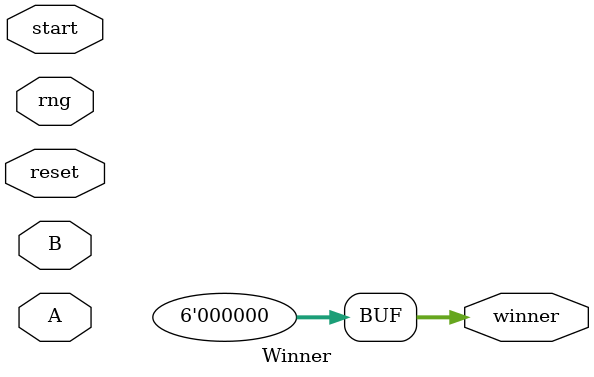
<source format=v>
`timescale 1ns / 1ps


//selects the winning team
module Winner(
    input [5:0] A, //upper is the lower number (better team)
    input [5:0] B, // lower is the higher number (worse team)
    input [7:0] rng, // if this value is higher than the value in the funciton below, team B wins
    input reset, // sets winner to 0
    input start, // this triggers on start
    output reg [5:0] winner // winner between A and B
);

reg [7:0] chance; //minimum number of the random number generator to predict the winning team
wire [7:0] difference;
reg [5:0] upper;
reg [5:0] lower;

always@(start) begin

if(A > B) begin
upper <= B;
lower <= A;
end else begin
upper <= A;
lower <= B;
end

chance = (lower - upper) * 95 / 63; //going to change this once this project comes together

if(chance > 95) begin
chance = 95;
end

if(chance < rng) winner = upper;
else winner = lower;
end

always@(reset) begin
winner = 6'b000000;
end

endmodule

</source>
